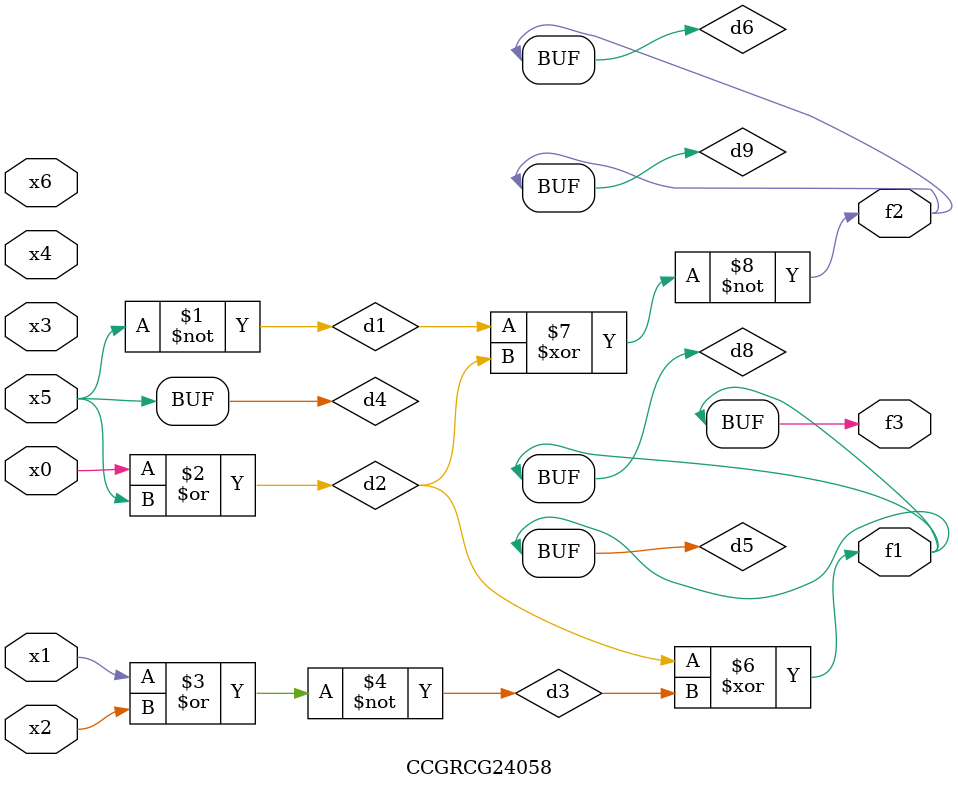
<source format=v>
module CCGRCG24058(
	input x0, x1, x2, x3, x4, x5, x6,
	output f1, f2, f3
);

	wire d1, d2, d3, d4, d5, d6, d7, d8, d9;

	nand (d1, x5);
	or (d2, x0, x5);
	nor (d3, x1, x2);
	xnor (d4, d1);
	xor (d5, d2, d3);
	xnor (d6, d1, d2);
	not (d7, x4);
	buf (d8, d5);
	xor (d9, d6);
	assign f1 = d8;
	assign f2 = d9;
	assign f3 = d8;
endmodule

</source>
